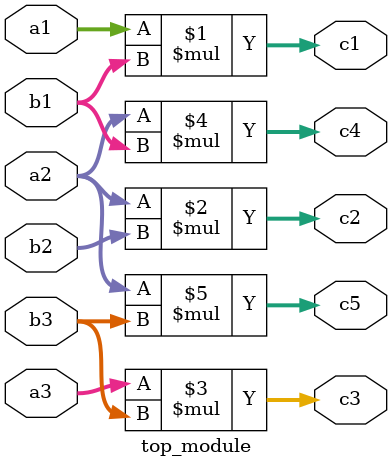
<source format=v>
module top_module
(
    
    input [13:0] a1,a2,a3,b1,b2,b3,
    output [27:0] c1,c2,c3,c4,c5
   
);
  assign c1 = a1 * b1;
  assign c2 = a2 * b2;
  assign c3 = a3 * b3;
  assign c4 = a2 * b1;
  assign c5 = a2 * b3;

endmodule

</source>
